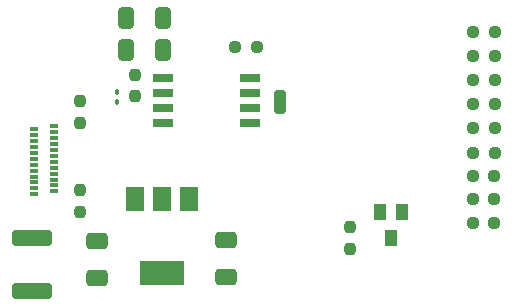
<source format=gbp>
G04 #@! TF.GenerationSoftware,KiCad,Pcbnew,7.0.9*
G04 #@! TF.CreationDate,2023-11-26T00:11:53+01:00*
G04 #@! TF.ProjectId,v1,76312e6b-6963-4616-945f-706362585858,rev?*
G04 #@! TF.SameCoordinates,Original*
G04 #@! TF.FileFunction,Paste,Bot*
G04 #@! TF.FilePolarity,Positive*
%FSLAX46Y46*%
G04 Gerber Fmt 4.6, Leading zero omitted, Abs format (unit mm)*
G04 Created by KiCad (PCBNEW 7.0.9) date 2023-11-26 00:11:53*
%MOMM*%
%LPD*%
G01*
G04 APERTURE LIST*
G04 Aperture macros list*
%AMRoundRect*
0 Rectangle with rounded corners*
0 $1 Rounding radius*
0 $2 $3 $4 $5 $6 $7 $8 $9 X,Y pos of 4 corners*
0 Add a 4 corners polygon primitive as box body*
4,1,4,$2,$3,$4,$5,$6,$7,$8,$9,$2,$3,0*
0 Add four circle primitives for the rounded corners*
1,1,$1+$1,$2,$3*
1,1,$1+$1,$4,$5*
1,1,$1+$1,$6,$7*
1,1,$1+$1,$8,$9*
0 Add four rect primitives between the rounded corners*
20,1,$1+$1,$2,$3,$4,$5,0*
20,1,$1+$1,$4,$5,$6,$7,0*
20,1,$1+$1,$6,$7,$8,$9,0*
20,1,$1+$1,$8,$9,$2,$3,0*%
G04 Aperture macros list end*
%ADD10R,1.000000X1.400000*%
%ADD11RoundRect,0.250000X-0.650000X0.412500X-0.650000X-0.412500X0.650000X-0.412500X0.650000X0.412500X0*%
%ADD12RoundRect,0.237500X-0.237500X0.250000X-0.237500X-0.250000X0.237500X-0.250000X0.237500X0.250000X0*%
%ADD13RoundRect,0.250000X-0.412500X-0.650000X0.412500X-0.650000X0.412500X0.650000X-0.412500X0.650000X0*%
%ADD14RoundRect,0.237500X-0.250000X-0.237500X0.250000X-0.237500X0.250000X0.237500X-0.250000X0.237500X0*%
%ADD15R,1.500000X2.000000*%
%ADD16R,3.800000X2.000000*%
%ADD17RoundRect,0.250000X-1.450000X0.400000X-1.450000X-0.400000X1.450000X-0.400000X1.450000X0.400000X0*%
%ADD18RoundRect,0.237500X0.237500X-0.250000X0.237500X0.250000X-0.237500X0.250000X-0.237500X-0.250000X0*%
%ADD19RoundRect,0.250000X0.250000X0.750000X-0.250000X0.750000X-0.250000X-0.750000X0.250000X-0.750000X0*%
%ADD20RoundRect,0.250000X0.650000X-0.412500X0.650000X0.412500X-0.650000X0.412500X-0.650000X-0.412500X0*%
%ADD21RoundRect,0.090000X0.090000X-0.139000X0.090000X0.139000X-0.090000X0.139000X-0.090000X-0.139000X0*%
%ADD22RoundRect,0.237500X0.250000X0.237500X-0.250000X0.237500X-0.250000X-0.237500X0.250000X-0.237500X0*%
%ADD23R,1.700000X0.650000*%
%ADD24R,0.700000X0.300000*%
G04 APERTURE END LIST*
D10*
X156820000Y-105800000D03*
X158720000Y-105800000D03*
X157770000Y-108000000D03*
D11*
X143820000Y-108200000D03*
X143820000Y-111325000D03*
D12*
X131459600Y-96430600D03*
X131459600Y-98255600D03*
D13*
X135320000Y-89350000D03*
X138445000Y-89350000D03*
D14*
X164745000Y-94600000D03*
X166570000Y-94600000D03*
X164720000Y-104700000D03*
X166545000Y-104700000D03*
X164745000Y-100810000D03*
X166570000Y-100810000D03*
D15*
X136120000Y-104700000D03*
X138420000Y-104700000D03*
D16*
X138420000Y-111000000D03*
D15*
X140720000Y-104700000D03*
D12*
X131459600Y-103955600D03*
X131459600Y-105780600D03*
D17*
X127420000Y-108050000D03*
X127420000Y-112500000D03*
D18*
X154320000Y-108900000D03*
X154320000Y-107075000D03*
D14*
X164745000Y-98710000D03*
X166570000Y-98710000D03*
D19*
X148420000Y-96500000D03*
D20*
X132920000Y-111362500D03*
X132920000Y-108237500D03*
D21*
X134620000Y-96500000D03*
X134620000Y-95635000D03*
D14*
X164745000Y-92600000D03*
X166570000Y-92600000D03*
X164720000Y-106700000D03*
X166545000Y-106700000D03*
X164745000Y-90600000D03*
X166570000Y-90600000D03*
X164720000Y-102800000D03*
X166545000Y-102800000D03*
D22*
X146445000Y-91800000D03*
X144620000Y-91800000D03*
D13*
X135320000Y-92100000D03*
X138445000Y-92100000D03*
D23*
X145820000Y-94490000D03*
X145820000Y-95760000D03*
X145820000Y-97030000D03*
X145820000Y-98300000D03*
X138520000Y-98300000D03*
X138520000Y-97030000D03*
X138520000Y-95760000D03*
X138520000Y-94490000D03*
D12*
X136120000Y-94190000D03*
X136120000Y-96015000D03*
D24*
X129280000Y-104060000D03*
X129280000Y-103560000D03*
X129280000Y-103060000D03*
X129280000Y-102560000D03*
X129280000Y-102060000D03*
X129280000Y-101560000D03*
X129280000Y-101060000D03*
X129280000Y-100560000D03*
X129280000Y-100060000D03*
X129280000Y-99560000D03*
X129280000Y-99060000D03*
X129280000Y-98560000D03*
X127580000Y-98810000D03*
X127580000Y-99310000D03*
X127580000Y-99810000D03*
X127580000Y-100310000D03*
X127580000Y-100810000D03*
X127580000Y-101310000D03*
X127580000Y-101810000D03*
X127580000Y-102310000D03*
X127580000Y-102810000D03*
X127580000Y-103310000D03*
X127580000Y-103810000D03*
X127580000Y-104310000D03*
D14*
X164745000Y-96700000D03*
X166570000Y-96700000D03*
M02*

</source>
